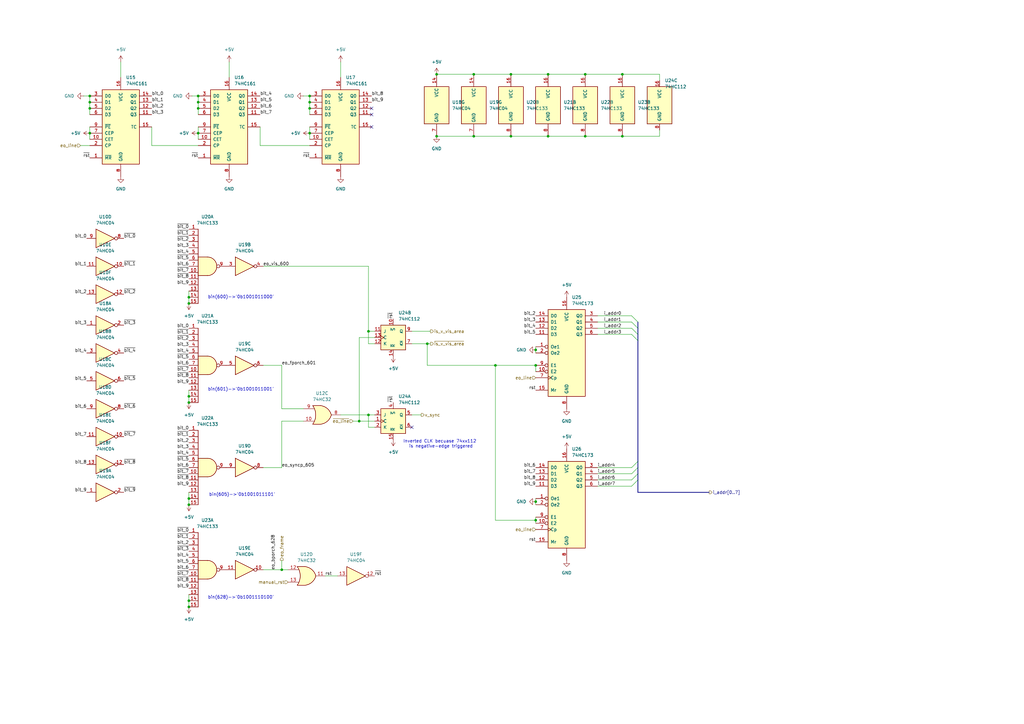
<source format=kicad_sch>
(kicad_sch (version 20250114) (generator "eeschema") (generator_version "9.0")
  (paper "A3")
  (lib_symbols
    (symbol "74xx:74HC04"
      (property "Reference" "U" (at 0 1.27 0))
      (property "Value" "74HC04" (at 0 -1.27 0))
      (symbol "74HC04_1_0"
        (polyline (pts (xy -3.81 3.81) (xy -3.81 -3.81) (xy 3.81 0) (xy -3.81 3.81)) (stroke (width 0.254)) (fill (type background)))
        (pin input line (at -7.62 0 0) (length 3.81) (name "~") (number "1"))
        (pin output inverted (at 7.62 0 180) (length 3.81) (name "~") (number "2"))
      )
      (symbol "74HC04_2_0"
        (polyline (pts (xy -3.81 3.81) (xy -3.81 -3.81) (xy 3.81 0) (xy -3.81 3.81)) (stroke (width 0.254)) (fill (type background)))
        (pin input line (at -7.62 0 0) (length 3.81) (name "~") (number "3"))
        (pin output inverted (at 7.62 0 180) (length 3.81) (name "~") (number "4"))
      )
      (symbol "74HC04_3_0"
        (polyline (pts (xy -3.81 3.81) (xy -3.81 -3.81) (xy 3.81 0) (xy -3.81 3.81)) (stroke (width 0.254)) (fill (type background)))
        (pin input line (at -7.62 0 0) (length 3.81) (name "~") (number "5"))
        (pin output inverted (at 7.62 0 180) (length 3.81) (name "~") (number "6"))
      )
      (symbol "74HC04_4_0"
        (polyline (pts (xy -3.81 3.81) (xy -3.81 -3.81) (xy 3.81 0) (xy -3.81 3.81)) (stroke (width 0.254)) (fill (type background)))
        (pin input line (at -7.62 0 0) (length 3.81) (name "~") (number "9"))
        (pin output inverted (at 7.62 0 180) (length 3.81) (name "~") (number "8"))
      )
      (symbol "74HC04_5_0"
        (polyline (pts (xy -3.81 3.81) (xy -3.81 -3.81) (xy 3.81 0) (xy -3.81 3.81)) (stroke (width 0.254)) (fill (type background)))
        (pin input line (at -7.62 0 0) (length 3.81) (name "~") (number "11"))
        (pin output inverted (at 7.62 0 180) (length 3.81) (name "~") (number "10"))
      )
      (symbol "74HC04_6_0"
        (polyline (pts (xy -3.81 3.81) (xy -3.81 -3.81) (xy 3.81 0) (xy -3.81 3.81)) (stroke (width 0.254)) (fill (type background)))
        (pin input line (at -7.62 0 0) (length 3.81) (name "~") (number "13"))
        (pin output inverted (at 7.62 0 180) (length 3.81) (name "~") (number "12"))
      )
      (symbol "74HC04_7_0"
        (pin power_in line (at 0 12.7 270) (length 5.08) (name "VCC") (number "14"))
        (pin power_in line (at 0 -12.7 90) (length 5.08) (name "GND") (number "7"))
      )
      (symbol "74HC04_7_1"
        (rectangle (start -5.08 7.62) (end 5.08 -7.62) (stroke (width 0.254)) (fill (type background)))
      )
    )
    (symbol "74xx:74HC173" (pin_names (offset 1.016))
      (property "Reference" "U" (at -7.62 19.05 0))
      (property "Value" "74HC173" (at -7.62 -19.05 0))
      (symbol "74HC173_1_0"
        (pin input line (at -12.7 15.24 0) (length 5.08) (name "D0") (number "14"))
        (pin input line (at -12.7 12.7 0) (length 5.08) (name "D1") (number "13"))
        (pin input line (at -12.7 10.16 0) (length 5.08) (name "D2") (number "12"))
        (pin input line (at -12.7 7.62 0) (length 5.08) (name "D3") (number "11"))
        (pin input inverted (at -12.7 2.54 0) (length 5.08) (name "Oe1") (number "1"))
        (pin input inverted (at -12.7 0 0) (length 5.08) (name "Oe2") (number "2"))
        (pin input inverted (at -12.7 -5.08 0) (length 5.08) (name "E1") (number "9"))
        (pin input inverted (at -12.7 -7.62 0) (length 5.08) (name "E2") (number "10"))
        (pin input clock (at -12.7 -10.16 0) (length 5.08) (name "Cp") (number "7"))
        (pin input line (at -12.7 -15.24 0) (length 5.08) (name "Mr") (number "15"))
        (pin power_in line (at 0 22.86 270) (length 5.08) (name "VCC") (number "16"))
        (pin power_in line (at 0 -22.86 90) (length 5.08) (name "GND") (number "8"))
        (pin tri_state line (at 12.7 15.24 180) (length 5.08) (name "Q0") (number "3"))
        (pin tri_state line (at 12.7 12.7 180) (length 5.08) (name "Q1") (number "4"))
        (pin tri_state line (at 12.7 10.16 180) (length 5.08) (name "Q2") (number "5"))
        (pin tri_state line (at 12.7 7.62 180) (length 5.08) (name "Q3") (number "6"))
      )
      (symbol "74HC173_1_1"
        (rectangle (start -7.62 17.78) (end 7.62 -17.78) (stroke (width 0.254)) (fill (type background)))
      )
    )
    (symbol "74xx:74LS112" (pin_names (offset 1.016))
      (property "Reference" "U" (at -7.62 8.89 0))
      (property "Value" "74LS112" (at -7.62 -8.89 0))
      (symbol "74LS112_1_0"
        (pin input line (at -7.62 2.54 0) (length 2.54) (name "J") (number "3"))
        (pin input clock (at -7.62 0 0) (length 2.54) (name "C") (number "1"))
        (pin input line (at -7.62 -2.54 0) (length 2.54) (name "K") (number "2"))
        (pin input line (at 0 7.62 270) (length 2.54) (name "~{S}") (number "4"))
        (pin input line (at 0 -7.62 90) (length 2.54) (name "~{R}") (number "15"))
        (pin output line (at 7.62 2.54 180) (length 2.54) (name "Q") (number "5"))
        (pin output line (at 7.62 -2.54 180) (length 2.54) (name "~{Q}") (number "6"))
      )
      (symbol "74LS112_1_1"
        (rectangle (start -5.08 5.08) (end 5.08 -5.08) (stroke (width 0.254)) (fill (type background)))
      )
      (symbol "74LS112_2_0"
        (pin input line (at -7.62 2.54 0) (length 2.54) (name "J") (number "11"))
        (pin input clock (at -7.62 0 0) (length 2.54) (name "C") (number "13"))
        (pin input line (at -7.62 -2.54 0) (length 2.54) (name "K") (number "12"))
        (pin input line (at 0 7.62 270) (length 2.54) (name "~{S}") (number "10"))
        (pin input line (at 0 -7.62 90) (length 2.54) (name "~{R}") (number "14"))
        (pin output line (at 7.62 2.54 180) (length 2.54) (name "Q") (number "9"))
        (pin output line (at 7.62 -2.54 180) (length 2.54) (name "~{Q}") (number "7"))
      )
      (symbol "74LS112_2_1"
        (rectangle (start -5.08 5.08) (end 5.08 -5.08) (stroke (width 0.254)) (fill (type background)))
      )
      (symbol "74LS112_3_0"
        (pin power_in line (at 0 10.16 270) (length 2.54) (name "VCC") (number "16"))
        (pin power_in line (at 0 -10.16 90) (length 2.54) (name "GND") (number "8"))
      )
      (symbol "74LS112_3_1"
        (rectangle (start -5.08 7.62) (end 5.08 -7.62) (stroke (width 0.254)) (fill (type background)))
      )
    )
    (symbol "74xx:74LS133" (pin_names (offset 1.016))
      (property "Reference" "U" (at 0 1.27 0))
      (property "Value" "74LS133" (at 0 -1.27 0))
      (symbol "74LS133_1_1"
        (polyline (pts (xy -3.81 15.24) (xy -3.81 -15.24)) (stroke (width 0.254)))
        (arc (start 0 3.81) (mid 3.7934 0) (end 0 -3.81) (stroke (width 0.254)) (fill (type background)))
        (polyline (pts (xy 0 3.81) (xy -3.81 3.81) (xy -3.81 -3.81) (xy 0 -3.81)) (stroke (width 0.254)) (fill (type background)))
        (pin input line (at -7.62 15.24 0) (length 3.81) (name "~") (number "1"))
        (pin input line (at -7.62 12.7 0) (length 3.81) (name "~") (number "2"))
        (pin input line (at -7.62 10.16 0) (length 3.81) (name "~") (number "3"))
        (pin input line (at -7.62 7.62 0) (length 3.81) (name "~") (number "4"))
        (pin input line (at -7.62 5.08 0) (length 3.81) (name "~") (number "5"))
        (pin input line (at -7.62 2.54 0) (length 3.81) (name "~") (number "6"))
        (pin input line (at -7.62 0 0) (length 3.81) (name "~") (number "7"))
        (pin input line (at -7.62 -2.54 0) (length 3.81) (name "~") (number "10"))
        (pin input line (at -7.62 -5.08 0) (length 3.81) (name "~") (number "11"))
        (pin input line (at -7.62 -7.62 0) (length 3.81) (name "~") (number "12"))
        (pin input line (at -7.62 -10.16 0) (length 3.81) (name "~") (number "13"))
        (pin input line (at -7.62 -12.7 0) (length 3.81) (name "~") (number "14"))
        (pin input line (at -7.62 -15.24 0) (length 3.81) (name "~") (number "15"))
        (pin output inverted (at 7.62 0 180) (length 3.81) (name "~") (number "9"))
      )
      (symbol "74LS133_1_2"
        (arc (start -3.81 3.81) (mid -2.589 0) (end -3.81 -3.81) (stroke (width 0.254)))
        (polyline (pts (xy -3.81 15.24) (xy -3.81 3.81)) (stroke (width 0.254)))
        (polyline (pts (xy -3.81 3.81) (xy -0.635 3.81)) (stroke (width 0.254)) (fill (type background)))
        (polyline (pts (xy -3.81 -3.81) (xy -3.81 -15.24)) (stroke (width 0.254)))
        (polyline (pts (xy -3.81 -3.81) (xy -0.635 -3.81)) (stroke (width 0.254)) (fill (type background)))
        (arc (start 3.81 0) (mid 2.1855 -2.584) (end -0.6096 -3.81) (stroke (width 0.254)) (fill (type background)))
        (arc (start -0.6096 3.81) (mid 2.1928 2.5924) (end 3.81 0) (stroke (width 0.254)) (fill (type background)))
        (polyline (pts (xy -0.635 3.81) (xy -3.81 3.81) (xy -3.81 3.81) (xy -3.556 3.4036) (xy -3.0226 2.2606) (xy -2.6924 1.0414) (xy -2.6162 -0.254) (xy -2.7686 -1.4986) (xy -3.175 -2.7178) (xy -3.81 -3.81) (xy -3.81 -3.81) (xy -0.635 -3.81)) (stroke (width -25.4)) (fill (type background)))
        (pin input inverted (at -7.62 15.24 0) (length 3.81) (name "~") (number "1"))
        (pin input inverted (at -7.62 12.7 0) (length 3.81) (name "~") (number "2"))
        (pin input inverted (at -7.62 10.16 0) (length 3.81) (name "~") (number "3"))
        (pin input inverted (at -7.62 7.62 0) (length 3.81) (name "~") (number "4"))
        (pin input inverted (at -7.62 5.08 0) (length 3.81) (name "~") (number "5"))
        (pin input inverted (at -7.62 2.54 0) (length 4.5466) (name "~") (number "6"))
        (pin input inverted (at -7.62 0 0) (length 5.08) (name "~") (number "7"))
        (pin input inverted (at -7.62 -2.54 0) (length 4.5466) (name "~") (number "10"))
        (pin input inverted (at -7.62 -5.08 0) (length 3.81) (name "~") (number "11"))
        (pin input inverted (at -7.62 -7.62 0) (length 3.81) (name "~") (number "12"))
        (pin input inverted (at -7.62 -10.16 0) (length 3.81) (name "~") (number "13"))
        (pin input inverted (at -7.62 -12.7 0) (length 3.81) (name "~") (number "14"))
        (pin input inverted (at -7.62 -15.24 0) (length 3.81) (name "~") (number "15"))
        (pin output line (at 7.62 0 180) (length 3.81) (name "~") (number "9"))
      )
      (symbol "74LS133_2_0"
        (pin power_in line (at 0 12.7 270) (length 5.08) (name "VCC") (number "16"))
        (pin power_in line (at 0 -12.7 90) (length 5.08) (name "GND") (number "8"))
      )
      (symbol "74LS133_2_1"
        (rectangle (start -5.08 7.62) (end 5.08 -7.62) (stroke (width 0.254)) (fill (type background)))
      )
    )
    (symbol "74xx:74LS161" (pin_names (offset 1.016))
      (property "Reference" "U" (at -7.62 16.51 0))
      (property "Value" "74LS161" (at -7.62 -16.51 0))
      (symbol "74LS161_1_0"
        (pin input line (at -12.7 12.7 0) (length 5.08) (name "D0") (number "3"))
        (pin input line (at -12.7 10.16 0) (length 5.08) (name "D1") (number "4"))
        (pin input line (at -12.7 7.62 0) (length 5.08) (name "D2") (number "5"))
        (pin input line (at -12.7 5.08 0) (length 5.08) (name "D3") (number "6"))
        (pin input line (at -12.7 0 0) (length 5.08) (name "~{PE}") (number "9"))
        (pin input line (at -12.7 -2.54 0) (length 5.08) (name "CEP") (number "7"))
        (pin input line (at -12.7 -5.08 0) (length 5.08) (name "CET") (number "10"))
        (pin input line (at -12.7 -7.62 0) (length 5.08) (name "CP") (number "2"))
        (pin input line (at -12.7 -12.7 0) (length 5.08) (name "~{MR}") (number "1"))
        (pin power_in line (at 0 20.32 270) (length 5.08) (name "VCC") (number "16"))
        (pin power_in line (at 0 -20.32 90) (length 5.08) (name "GND") (number "8"))
        (pin output line (at 12.7 12.7 180) (length 5.08) (name "Q0") (number "14"))
        (pin output line (at 12.7 10.16 180) (length 5.08) (name "Q1") (number "13"))
        (pin output line (at 12.7 7.62 180) (length 5.08) (name "Q2") (number "12"))
        (pin output line (at 12.7 5.08 180) (length 5.08) (name "Q3") (number "11"))
        (pin output line (at 12.7 0 180) (length 5.08) (name "TC") (number "15"))
      )
      (symbol "74LS161_1_1"
        (rectangle (start -7.62 15.24) (end 7.62 -15.24) (stroke (width 0.254)) (fill (type background)))
      )
    )
    (symbol "74xx:74LS32" (pin_names (offset 1.016))
      (property "Reference" "U" (at 0 1.27 0))
      (property "Value" "74LS32" (at 0 -1.27 0))
      (symbol "74LS32_1_1"
        (arc (start -3.81 3.81) (mid -2.589 0) (end -3.81 -3.81) (stroke (width 0.254)))
        (polyline (pts (xy -3.81 3.81) (xy -0.635 3.81)) (stroke (width 0.254)) (fill (type background)))
        (polyline (pts (xy -3.81 -3.81) (xy -0.635 -3.81)) (stroke (width 0.254)) (fill (type background)))
        (arc (start 3.81 0) (mid 2.1855 -2.584) (end -0.6096 -3.81) (stroke (width 0.254)) (fill (type background)))
        (arc (start -0.6096 3.81) (mid 2.1928 2.5924) (end 3.81 0) (stroke (width 0.254)) (fill (type background)))
        (polyline (pts (xy -0.635 3.81) (xy -3.81 3.81) (xy -3.81 3.81) (xy -3.556 3.4036) (xy -3.0226 2.2606) (xy -2.6924 1.0414) (xy -2.6162 -0.254) (xy -2.7686 -1.4986) (xy -3.175 -2.7178) (xy -3.81 -3.81) (xy -3.81 -3.81) (xy -0.635 -3.81)) (stroke (width -25.4)) (fill (type background)))
        (pin input line (at -7.62 2.54 0) (length 4.318) (name "~") (number "1"))
        (pin input line (at -7.62 -2.54 0) (length 4.318) (name "~") (number "2"))
        (pin output line (at 7.62 0 180) (length 3.81) (name "~") (number "3"))
      )
      (symbol "74LS32_1_2"
        (arc (start 0 3.81) (mid 3.7934 0) (end 0 -3.81) (stroke (width 0.254)) (fill (type background)))
        (polyline (pts (xy 0 3.81) (xy -3.81 3.81) (xy -3.81 -3.81) (xy 0 -3.81)) (stroke (width 0.254)) (fill (type background)))
        (pin input inverted (at -7.62 2.54 0) (length 3.81) (name "~") (number "1"))
        (pin input inverted (at -7.62 -2.54 0) (length 3.81) (name "~") (number "2"))
        (pin output inverted (at 7.62 0 180) (length 3.81) (name "~") (number "3"))
      )
      (symbol "74LS32_2_1"
        (arc (start -3.81 3.81) (mid -2.589 0) (end -3.81 -3.81) (stroke (width 0.254)))
        (polyline (pts (xy -3.81 3.81) (xy -0.635 3.81)) (stroke (width 0.254)) (fill (type background)))
        (polyline (pts (xy -3.81 -3.81) (xy -0.635 -3.81)) (stroke (width 0.254)) (fill (type background)))
        (arc (start 3.81 0) (mid 2.1855 -2.584) (end -0.6096 -3.81) (stroke (width 0.254)) (fill (type background)))
        (arc (start -0.6096 3.81) (mid 2.1928 2.5924) (end 3.81 0) (stroke (width 0.254)) (fill (type background)))
        (polyline (pts (xy -0.635 3.81) (xy -3.81 3.81) (xy -3.81 3.81) (xy -3.556 3.4036) (xy -3.0226 2.2606) (xy -2.6924 1.0414) (xy -2.6162 -0.254) (xy -2.7686 -1.4986) (xy -3.175 -2.7178) (xy -3.81 -3.81) (xy -3.81 -3.81) (xy -0.635 -3.81)) (stroke (width -25.4)) (fill (type background)))
        (pin input line (at -7.62 2.54 0) (length 4.318) (name "~") (number "4"))
        (pin input line (at -7.62 -2.54 0) (length 4.318) (name "~") (number "5"))
        (pin output line (at 7.62 0 180) (length 3.81) (name "~") (number "6"))
      )
      (symbol "74LS32_2_2"
        (arc (start 0 3.81) (mid 3.7934 0) (end 0 -3.81) (stroke (width 0.254)) (fill (type background)))
        (polyline (pts (xy 0 3.81) (xy -3.81 3.81) (xy -3.81 -3.81) (xy 0 -3.81)) (stroke (width 0.254)) (fill (type background)))
        (pin input inverted (at -7.62 2.54 0) (length 3.81) (name "~") (number "4"))
        (pin input inverted (at -7.62 -2.54 0) (length 3.81) (name "~") (number "5"))
        (pin output inverted (at 7.62 0 180) (length 3.81) (name "~") (number "6"))
      )
      (symbol "74LS32_3_1"
        (arc (start -3.81 3.81) (mid -2.589 0) (end -3.81 -3.81) (stroke (width 0.254)))
        (polyline (pts (xy -3.81 3.81) (xy -0.635 3.81)) (stroke (width 0.254)) (fill (type background)))
        (polyline (pts (xy -3.81 -3.81) (xy -0.635 -3.81)) (stroke (width 0.254)) (fill (type background)))
        (arc (start 3.81 0) (mid 2.1855 -2.584) (end -0.6096 -3.81) (stroke (width 0.254)) (fill (type background)))
        (arc (start -0.6096 3.81) (mid 2.1928 2.5924) (end 3.81 0) (stroke (width 0.254)) (fill (type background)))
        (polyline (pts (xy -0.635 3.81) (xy -3.81 3.81) (xy -3.81 3.81) (xy -3.556 3.4036) (xy -3.0226 2.2606) (xy -2.6924 1.0414) (xy -2.6162 -0.254) (xy -2.7686 -1.4986) (xy -3.175 -2.7178) (xy -3.81 -3.81) (xy -3.81 -3.81) (xy -0.635 -3.81)) (stroke (width -25.4)) (fill (type background)))
        (pin input line (at -7.62 2.54 0) (length 4.318) (name "~") (number "9"))
        (pin input line (at -7.62 -2.54 0) (length 4.318) (name "~") (number "10"))
        (pin output line (at 7.62 0 180) (length 3.81) (name "~") (number "8"))
      )
      (symbol "74LS32_3_2"
        (arc (start 0 3.81) (mid 3.7934 0) (end 0 -3.81) (stroke (width 0.254)) (fill (type background)))
        (polyline (pts (xy 0 3.81) (xy -3.81 3.81) (xy -3.81 -3.81) (xy 0 -3.81)) (stroke (width 0.254)) (fill (type background)))
        (pin input inverted (at -7.62 2.54 0) (length 3.81) (name "~") (number "9"))
        (pin input inverted (at -7.62 -2.54 0) (length 3.81) (name "~") (number "10"))
        (pin output inverted (at 7.62 0 180) (length 3.81) (name "~") (number "8"))
      )
      (symbol "74LS32_4_1"
        (arc (start -3.81 3.81) (mid -2.589 0) (end -3.81 -3.81) (stroke (width 0.254)))
        (polyline (pts (xy -3.81 3.81) (xy -0.635 3.81)) (stroke (width 0.254)) (fill (type background)))
        (polyline (pts (xy -3.81 -3.81) (xy -0.635 -3.81)) (stroke (width 0.254)) (fill (type background)))
        (arc (start 3.81 0) (mid 2.1855 -2.584) (end -0.6096 -3.81) (stroke (width 0.254)) (fill (type background)))
        (arc (start -0.6096 3.81) (mid 2.1928 2.5924) (end 3.81 0) (stroke (width 0.254)) (fill (type background)))
        (polyline (pts (xy -0.635 3.81) (xy -3.81 3.81) (xy -3.81 3.81) (xy -3.556 3.4036) (xy -3.0226 2.2606) (xy -2.6924 1.0414) (xy -2.6162 -0.254) (xy -2.7686 -1.4986) (xy -3.175 -2.7178) (xy -3.81 -3.81) (xy -3.81 -3.81) (xy -0.635 -3.81)) (stroke (width -25.4)) (fill (type background)))
        (pin input line (at -7.62 2.54 0) (length 4.318) (name "~") (number "12"))
        (pin input line (at -7.62 -2.54 0) (length 4.318) (name "~") (number "13"))
        (pin output line (at 7.62 0 180) (length 3.81) (name "~") (number "11"))
      )
      (symbol "74LS32_4_2"
        (arc (start 0 3.81) (mid 3.7934 0) (end 0 -3.81) (stroke (width 0.254)) (fill (type background)))
        (polyline (pts (xy 0 3.81) (xy -3.81 3.81) (xy -3.81 -3.81) (xy 0 -3.81)) (stroke (width 0.254)) (fill (type background)))
        (pin input inverted (at -7.62 2.54 0) (length 3.81) (name "~") (number "12"))
        (pin input inverted (at -7.62 -2.54 0) (length 3.81) (name "~") (number "13"))
        (pin output inverted (at 7.62 0 180) (length 3.81) (name "~") (number "11"))
      )
      (symbol "74LS32_5_0"
        (pin power_in line (at 0 12.7 270) (length 5.08) (name "VCC") (number "14"))
        (pin power_in line (at 0 -12.7 90) (length 5.08) (name "GND") (number "7"))
      )
      (symbol "74LS32_5_1"
        (rectangle (start -5.08 7.62) (end 5.08 -7.62) (stroke (width 0.254)) (fill (type background)))
      )
    )
    (symbol "power:+5V" (power) (pin_numbers (hide yes)) (pin_names (offset 0) (hide yes))
      (property "Value" "+5V" (at 0 3.556 0))
      (symbol "+5V_0_1"
        (polyline (pts (xy -0.762 1.27) (xy 0 2.54)))
        (polyline (pts (xy 0 2.54) (xy 0.762 1.27)))
        (polyline (pts (xy 0 0) (xy 0 2.54)))
      )
      (symbol "+5V_1_1"
        (pin power_in line (at 0 0 90) (length 0) (name "~") (number "1"))
      )
    )
    (symbol "power:GND" (power) (pin_numbers (hide yes)) (pin_names (offset 0) (hide yes))
      (property "Value" "GND" (at 0 -3.81 0))
      (symbol "GND_0_1"
        (polyline (pts (xy 0 0) (xy 0 -1.27) (xy 1.27 -1.27) (xy 0 -2.54) (xy -1.27 -1.27) (xy 0 -1.27)))
      )
      (symbol "GND_1_1"
        (pin power_in line (at 0 0 270) (length 0) (name "~") (number "1"))
      )
    )
  )
  (text "Inverted CLK becuase 74xx112 \nis negative-edge triggered\n" (at 180.848 182.118 0) (effects (font (size 1.27 1.27))))
  (text "bin(601)->'0b1001011001'" (at 98.806 159.766 0) (effects (font (size 1.27 1.27))))
  (text "bin(600)->'0b1001011000'" (at 98.806 121.92 0) (effects (font (size 1.27 1.27))))
  (text "bin(628)->'0b1001110100'" (at 98.806 245.11 0) (effects (font (size 1.27 1.27))))
  (text "bin(605)->'0b1001011101'" (at 99.314 202.946 0) (effects (font (size 1.27 1.27))))
  (junction (at 209.55 30.48))
  (junction (at 209.55 55.88))
  (junction (at 81.28 44.45))
  (junction (at 77.47 246.38))
  (junction (at 127 39.37))
  (junction (at 36.83 44.45))
  (junction (at 127 44.45))
  (junction (at 36.83 41.91))
  (junction (at 127 41.91))
  (junction (at 36.83 54.61))
  (junction (at 151.13 170.18))
  (junction (at 77.47 165.1))
  (junction (at 147.32 172.72))
  (junction (at 77.47 207.01))
  (junction (at 194.31 55.88))
  (junction (at 255.27 30.48))
  (junction (at 77.47 162.56))
  (junction (at 224.79 30.48))
  (junction (at 240.03 30.48))
  (junction (at 219.71 143.51))
  (junction (at 115.57 233.68))
  (junction (at 81.28 41.91))
  (junction (at 81.28 39.37))
  (junction (at 127 54.61))
  (junction (at 179.07 55.88))
  (junction (at 219.71 149.86))
  (junction (at 151.13 135.89))
  (junction (at 81.28 54.61))
  (junction (at 219.71 213.36))
  (junction (at 175.26 140.97))
  (junction (at 77.47 204.47))
  (junction (at 77.47 121.92))
  (junction (at 203.2 149.86))
  (junction (at 255.27 55.88))
  (junction (at 77.47 124.46))
  (junction (at 240.03 55.88))
  (junction (at 224.79 55.88))
  (junction (at 194.31 30.48))
  (junction (at 36.83 39.37))
  (junction (at 77.47 248.92))
  (junction (at 219.71 205.74))
  (junction (at 179.07 30.48))
  (no_connect (at 168.91 175.26))
  (no_connect (at 152.4 44.45))
  (no_connect (at 152.4 52.07))
  (no_connect (at 152.4 46.99))
  (bus_entry (at 261.62 189.23) (size -2.54 2.54))
  (bus_entry (at 261.62 134.62) (size -2.54 -2.54))
  (bus_entry (at 261.62 191.77) (size -2.54 2.54))
  (bus_entry (at 261.62 139.7) (size -2.54 -2.54))
  (bus_entry (at 261.62 196.85) (size -2.54 2.54))
  (bus_entry (at 261.62 137.16) (size -2.54 -2.54))
  (bus_entry (at 261.62 132.08) (size -2.54 -2.54))
  (bus_entry (at 261.62 194.31) (size -2.54 2.54))
  (wire (pts (xy 245.11 129.54) (xy 259.08 129.54)))
  (wire (pts (xy 219.71 213.36) (xy 219.71 214.63)))
  (wire (pts (xy 175.26 140.97) (xy 175.26 149.86)))
  (wire (pts (xy 107.95 109.22) (xy 151.13 109.22)))
  (wire (pts (xy 203.2 149.86) (xy 219.71 149.86)))
  (wire (pts (xy 124.46 39.37) (xy 127 39.37)))
  (wire (pts (xy 81.28 54.61) (xy 81.28 57.15)))
  (wire (pts (xy 36.83 44.45) (xy 36.83 46.99)))
  (wire (pts (xy 224.79 55.88) (xy 240.03 55.88)))
  (wire (pts (xy 194.31 55.88) (xy 209.55 55.88)))
  (wire (pts (xy 127 52.07) (xy 127 54.61)))
  (wire (pts (xy 245.11 134.62) (xy 259.08 134.62)))
  (wire (pts (xy 78.74 39.37) (xy 81.28 39.37)))
  (bus (pts (xy 261.62 201.93) (xy 290.83 201.93)))
  (wire (pts (xy 77.47 243.84) (xy 77.47 246.38)))
  (wire (pts (xy 115.57 172.72) (xy 124.46 172.72)))
  (wire (pts (xy 62.23 59.69) (xy 81.28 59.69)))
  (wire (pts (xy 139.7 170.18) (xy 151.13 170.18)))
  (wire (pts (xy 255.27 30.48) (xy 270.51 30.48)))
  (wire (pts (xy 209.55 55.88) (xy 224.79 55.88)))
  (wire (pts (xy 219.71 142.24) (xy 219.71 143.51)))
  (wire (pts (xy 219.71 205.74) (xy 219.71 207.01)))
  (wire (pts (xy 81.28 39.37) (xy 81.28 41.91)))
  (wire (pts (xy 270.51 30.48) (xy 270.51 33.02)))
  (wire (pts (xy 179.07 55.88) (xy 194.31 55.88)))
  (wire (pts (xy 77.47 201.93) (xy 77.47 204.47)))
  (wire (pts (xy 270.51 53.34) (xy 270.51 55.88)))
  (bus (pts (xy 261.62 194.31) (xy 261.62 196.85)))
  (wire (pts (xy 144.78 172.72) (xy 147.32 172.72)))
  (wire (pts (xy 77.47 162.56) (xy 77.47 165.1)))
  (wire (pts (xy 203.2 213.36) (xy 219.71 213.36)))
  (wire (pts (xy 34.29 39.37) (xy 36.83 39.37)))
  (bus (pts (xy 261.62 191.77) (xy 261.62 194.31)))
  (wire (pts (xy 127 44.45) (xy 127 46.99)))
  (wire (pts (xy 175.26 149.86) (xy 203.2 149.86)))
  (wire (pts (xy 151.13 109.22) (xy 151.13 135.89)))
  (wire (pts (xy 106.68 52.07) (xy 106.68 59.69)))
  (wire (pts (xy 107.95 233.68) (xy 115.57 233.68)))
  (wire (pts (xy 81.28 41.91) (xy 81.28 44.45)))
  (wire (pts (xy 139.7 25.4) (xy 139.7 31.75)))
  (wire (pts (xy 240.03 30.48) (xy 255.27 30.48)))
  (wire (pts (xy 151.13 140.97) (xy 153.67 140.97)))
  (bus (pts (xy 261.62 137.16) (xy 261.62 139.7)))
  (wire (pts (xy 245.11 194.31) (xy 259.08 194.31)))
  (wire (pts (xy 153.67 135.89) (xy 151.13 135.89)))
  (wire (pts (xy 147.32 172.72) (xy 147.32 138.43)))
  (wire (pts (xy 127 54.61) (xy 127 57.15)))
  (wire (pts (xy 81.28 44.45) (xy 81.28 46.99)))
  (wire (pts (xy 36.83 41.91) (xy 36.83 44.45)))
  (wire (pts (xy 77.47 119.38) (xy 77.47 121.92)))
  (bus (pts (xy 261.62 134.62) (xy 261.62 137.16)))
  (wire (pts (xy 77.47 246.38) (xy 77.47 248.92)))
  (wire (pts (xy 115.57 233.68) (xy 118.11 233.68)))
  (bus (pts (xy 261.62 132.08) (xy 261.62 134.62)))
  (wire (pts (xy 194.31 30.48) (xy 209.55 30.48)))
  (wire (pts (xy 151.13 135.89) (xy 151.13 140.97)))
  (wire (pts (xy 168.91 140.97) (xy 175.26 140.97)))
  (wire (pts (xy 219.71 212.09) (xy 219.71 213.36)))
  (wire (pts (xy 107.95 149.86) (xy 115.57 149.86)))
  (wire (pts (xy 168.91 135.89) (xy 176.53 135.89)))
  (wire (pts (xy 93.98 25.4) (xy 93.98 31.75)))
  (wire (pts (xy 175.26 140.97) (xy 176.53 140.97)))
  (wire (pts (xy 77.47 121.92) (xy 77.47 124.46)))
  (wire (pts (xy 172.72 170.18) (xy 168.91 170.18)))
  (wire (pts (xy 36.83 39.37) (xy 36.83 41.91)))
  (wire (pts (xy 203.2 149.86) (xy 203.2 213.36)))
  (wire (pts (xy 77.47 160.02) (xy 77.47 162.56)))
  (wire (pts (xy 81.28 52.07) (xy 81.28 54.61)))
  (bus (pts (xy 261.62 189.23) (xy 261.62 191.77)))
  (wire (pts (xy 219.71 143.51) (xy 219.71 144.78)))
  (wire (pts (xy 127 39.37) (xy 127 41.91)))
  (wire (pts (xy 115.57 229.87) (xy 115.57 233.68)))
  (wire (pts (xy 77.47 204.47) (xy 77.47 207.01)))
  (wire (pts (xy 115.57 167.64) (xy 124.46 167.64)))
  (wire (pts (xy 33.02 59.69) (xy 36.83 59.69)))
  (wire (pts (xy 133.35 236.22) (xy 138.43 236.22)))
  (wire (pts (xy 49.53 25.4) (xy 49.53 31.75)))
  (wire (pts (xy 115.57 191.77) (xy 115.57 172.72)))
  (wire (pts (xy 270.51 55.88) (xy 255.27 55.88)))
  (wire (pts (xy 245.11 191.77) (xy 259.08 191.77)))
  (wire (pts (xy 127 41.91) (xy 127 44.45)))
  (wire (pts (xy 240.03 55.88) (xy 255.27 55.88)))
  (wire (pts (xy 245.11 132.08) (xy 259.08 132.08)))
  (wire (pts (xy 115.57 149.86) (xy 115.57 167.64)))
  (wire (pts (xy 179.07 30.48) (xy 194.31 30.48)))
  (wire (pts (xy 153.67 170.18) (xy 151.13 170.18)))
  (wire (pts (xy 219.71 149.86) (xy 219.71 152.4)))
  (wire (pts (xy 219.71 204.47) (xy 219.71 205.74)))
  (bus (pts (xy 261.62 196.85) (xy 261.62 201.93)))
  (wire (pts (xy 147.32 172.72) (xy 153.67 172.72)))
  (wire (pts (xy 209.55 30.48) (xy 224.79 30.48)))
  (wire (pts (xy 245.11 199.39) (xy 259.08 199.39)))
  (wire (pts (xy 151.13 170.18) (xy 151.13 175.26)))
  (wire (pts (xy 147.32 138.43) (xy 153.67 138.43)))
  (bus (pts (xy 261.62 139.7) (xy 261.62 189.23)))
  (wire (pts (xy 245.11 196.85) (xy 259.08 196.85)))
  (wire (pts (xy 245.11 137.16) (xy 259.08 137.16)))
  (wire (pts (xy 36.83 54.61) (xy 36.83 57.15)))
  (wire (pts (xy 62.23 52.07) (xy 62.23 59.69)))
  (wire (pts (xy 224.79 30.48) (xy 240.03 30.48)))
  (wire (pts (xy 106.68 59.69) (xy 127 59.69)))
  (wire (pts (xy 36.83 52.07) (xy 36.83 54.61)))
  (wire (pts (xy 151.13 175.26) (xy 153.67 175.26)))
  (wire (pts (xy 107.95 191.77) (xy 115.57 191.77)))
  (label "rst" (at 219.71 160.02 180))
  (label "~{bit_0}" (at 77.47 93.98 180))
  (label "bit_2" (at 35.56 120.65 180))
  (label "bit_4" (at 219.71 134.62 180))
  (label "i_addr5" (at 245.11 194.31 0))
  (label "~{bit_1}" (at 77.47 179.07 180))
  (label "~{bit_7}" (at 50.8 179.07 0))
  (label "bit_6" (at 219.71 191.77 180))
  (label "~{bit_0}" (at 50.8 97.79 0))
  (label "eo_syncp_605" (at 115.57 191.77 0))
  (label "~{bit_1}" (at 77.47 137.16 180))
  (label "bit_2" (at 77.47 223.52 180))
  (label "eo_vis_600" (at 107.95 109.22 0))
  (label "bit_4" (at 35.56 144.78 180))
  (label "i_addr3" (at 247.65 137.16 0))
  (label "~{bit_8}" (at 77.47 238.76 180))
  (label "bit_2" (at 77.47 181.61 180))
  (label "bit_5" (at 219.71 137.16 180))
  (label "bit_3" (at 35.56 133.35 180))
  (label "bit_3" (at 62.23 46.99 0))
  (label "~{rst}" (at 161.29 130.81 90))
  (label "~{rst}" (at 81.28 64.77 180))
  (label "bit_0" (at 77.47 176.53 180))
  (label "i_addr0" (at 247.65 129.54 0))
  (label "bit_4" (at 106.68 39.37 0))
  (label "~{bit_5}" (at 77.47 147.32 180))
  (label "bit_8" (at 152.4 39.37 0))
  (label "i_addr1" (at 247.65 132.08 0))
  (label "eo_bporch_628" (at 113.03 233.68 90))
  (label "~{bit_8}" (at 77.47 114.3 180))
  (label "i_addr2" (at 247.65 134.62 0))
  (label "rst" (at 219.71 222.25 180))
  (label "bit_2" (at 62.23 44.45 0))
  (label "~{bit_1}" (at 77.47 220.98 180))
  (label "bit_4" (at 77.47 186.69 180))
  (label "~{bit_2}" (at 77.47 99.06 180))
  (label "~{bit_0}" (at 77.47 218.44 180))
  (label "~{bit_6}" (at 50.8 167.64 0))
  (label "bit_6" (at 77.47 191.77 180))
  (label "eo_fporch_601" (at 115.57 149.86 0))
  (label "bit_6" (at 77.47 109.22 180))
  (label "bit_9" (at 77.47 199.39 180))
  (label "bit_0" (at 77.47 134.62 180))
  (label "bit_9" (at 219.71 199.39 180))
  (label "bit_0" (at 62.23 39.37 0))
  (label "~{rst}" (at 36.83 64.77 180))
  (label "bit_8" (at 219.71 196.85 180))
  (label "~{bit_3}" (at 77.47 226.06 180))
  (label "bit_5" (at 77.47 231.14 180))
  (label "bit_9" (at 77.47 116.84 180))
  (label "bit_3" (at 77.47 184.15 180))
  (label "bit_3" (at 219.71 132.08 180))
  (label "~{bit_3}" (at 50.8 133.35 0))
  (label "bit_5" (at 106.68 41.91 0))
  (label "bit_9" (at 77.47 157.48 180))
  (label "~{bit_5}" (at 77.47 189.23 180))
  (label "~{bit_9}" (at 50.8 201.93 0))
  (label "~{rst}" (at 153.67 236.22 0))
  (label "bit_1" (at 62.23 41.91 0))
  (label "~{bit_8}" (at 77.47 154.94 180))
  (label "~{bit_2}" (at 77.47 139.7 180))
  (label "bit_7" (at 219.71 194.31 180))
  (label "bit_6" (at 77.47 149.86 180))
  (label "~{bit_8}" (at 77.47 196.85 180))
  (label "bit_9" (at 77.47 241.3 180))
  (label "rst" (at 133.35 236.22 0))
  (label "bit_3" (at 77.47 101.6 180))
  (label "bit_7" (at 106.68 46.99 0))
  (label "~{bit_7}" (at 77.47 236.22 180))
  (label "~{bit_4}" (at 50.8 144.78 0))
  (label "bit_7" (at 35.56 179.07 180))
  (label "~{bit_1}" (at 77.47 96.52 180))
  (label "~{bit_1}" (at 50.8 109.22 0))
  (label "bit_1" (at 35.56 109.22 180))
  (label "i_addr4" (at 245.11 191.77 0))
  (label "bit_6" (at 35.56 167.64 180))
  (label "bit_6" (at 77.47 233.68 180))
  (label "bit_9" (at 152.4 41.91 0))
  (label "~{bit_7}" (at 77.47 194.31 180))
  (label "bit_8" (at 35.56 190.5 180))
  (label "~{bit_5}" (at 77.47 106.68 180))
  (label "bit_2" (at 219.71 129.54 180))
  (label "bit_4" (at 77.47 144.78 180))
  (label "bit_5" (at 35.56 156.21 180))
  (label "~{bit_8}" (at 50.8 190.5 0))
  (label "bit_4" (at 77.47 104.14 180))
  (label "i_addr7" (at 245.11 199.39 0))
  (label "~{bit_5}" (at 50.8 156.21 0))
  (label "~{rst}" (at 127 64.77 180))
  (label "bit_6" (at 106.68 44.45 0))
  (label "bit_9" (at 35.56 201.93 180))
  (label "~{rst}" (at 161.29 165.1 90))
  (label "~{bit_2}" (at 50.8 120.65 0))
  (label "~{bit_7}" (at 77.47 111.76 180))
  (label "~{bit_7}" (at 77.47 152.4 180))
  (label "bit_4" (at 77.47 228.6 180))
  (label "bit_0" (at 35.56 97.79 180))
  (label "i_addr6" (at 245.11 196.85 0))
  (label "bit_3" (at 77.47 142.24 180))
  (hierarchical_label "manual_rst" (shape input) (at 118.11 238.76 180))
  (hierarchical_label "v_sync" (shape output) (at 172.72 170.18 0) (property "Intersheetrefs" "${INTERSHEET_REFS}" (effects (hide yes))))
  (hierarchical_label "~{eo_line}" (shape input) (at 144.78 172.72 180) (property "Intersheetrefs" "${INTERSHEET_REFS}" (effects (hide yes))))
  (hierarchical_label "i_addr[0..7]" (shape output) (at 290.83 201.93 0) (property "Intersheetrefs" "${INTERSHEET_REFS}" (effects (hide yes))))
  (hierarchical_label "eo_line" (shape input) (at 33.02 59.69 180) (property "Intersheetrefs" "${INTERSHEET_REFS}" (effects (hide yes))))
  (hierarchical_label "~{is_v_vis_area}" (shape output) (at 176.53 140.97 0) (property "Intersheetrefs" "${INTERSHEET_REFS}" (effects (hide yes))))
  (hierarchical_label "is_v_vis_area" (shape output) (at 176.53 135.89 0) (property "Intersheetrefs" "${INTERSHEET_REFS}" (effects (hide yes))))
  (hierarchical_label "eo_line" (shape input) (at 219.71 154.94 180) (property "Intersheetrefs" "${INTERSHEET_REFS}" (effects (hide yes))))
  (hierarchical_label "eo_frame" (shape output) (at 115.57 229.87 90))
  (hierarchical_label "eo_line" (shape input) (at 219.71 217.17 180))
  (symbol (lib_id "74xx:74HC04") (at 43.18 179.07 0) (unit 5)
    (property "Reference" "U18" (at 43.18 170.18 0))
    (property "Value" "74HC04" (at 43.18 172.72 0))
    (property "Footprint" "Package_DIP:DIP-14_W7.62mm" (effects (hide yes)))
    (property "Datasheet" "https://assets.nexperia.com/documents/data-sheet/74HC_HCT04.pdf" (effects (hide yes)))
    (property "Description" "Hex Inverter" (effects (hide yes)))
  )
  (symbol (lib_id "74xx:74HC173") (at 232.41 207.01 0) (unit 1)
    (property "Reference" "U26" (at 234.5533 184.15 0) (effects (justify left)))
    (property "Value" "74HC173" (at 234.5533 186.69 0) (effects (justify left)))
    (property "Footprint" "Package_DIP:DIP-16_W7.62mm" (effects (hide yes)))
    (property "Datasheet" "https://www.ti.com/lit/ds/symlink/cd74hc173.pdf" (effects (hide yes)))
    (property "Description" "4-bit D-type Register, 3 state out" (effects (hide yes)))
  )
  (symbol (lib_id "power:GND") (at 219.71 205.74 270) (unit 1)
    (property "Reference" "#PWR046" (effects (hide yes)))
    (property "Value" "GND" (at 215.9 205.7399 90) (effects (justify right)))
    (property "Description" "Power symbol creates a global label with name \"GND\" , ground" (effects (hide yes)))
  )
  (symbol (lib_id "74xx:74HC04") (at 43.18 201.93 0) (unit 1)
    (property "Reference" "U19" (at 43.18 193.04 0))
    (property "Value" "74HC04" (at 43.18 195.58 0))
    (property "Footprint" "Package_DIP:DIP-14_W7.62mm" (effects (hide yes)))
    (property "Datasheet" "https://assets.nexperia.com/documents/data-sheet/74HC_HCT04.pdf" (effects (hide yes)))
    (property "Description" "Hex Inverter" (effects (hide yes)))
  )
  (symbol (lib_id "74xx:74LS161") (at 93.98 52.07 0) (unit 1)
    (property "Reference" "U16" (at 96.1233 31.75 0) (effects (justify left)))
    (property "Value" "74HC161" (at 96.1233 34.29 0) (effects (justify left)))
    (property "Footprint" "Package_DIP:DIP-16_W7.62mm" (effects (hide yes)))
    (property "Datasheet" "http://www.ti.com/lit/gpn/sn74LS161" (effects (hide yes)))
    (property "Description" "Synchronous 4-bit programmable binary Counter" (effects (hide yes)))
  )
  (symbol (lib_id "power:+5V") (at 179.07 30.48 0) (unit 1)
    (property "Reference" "#PWR050" (effects (hide yes)))
    (property "Value" "+5V" (at 179.07 25.4 0))
    (property "Description" "Power symbol creates a global label with name \"+5V\"" (effects (hide yes)))
  )
  (symbol (lib_id "74xx:74LS161") (at 139.7 52.07 0) (unit 1)
    (property "Reference" "U17" (at 141.8433 31.75 0) (effects (justify left)))
    (property "Value" "74HC161" (at 141.8433 34.29 0) (effects (justify left)))
    (property "Footprint" "Package_DIP:DIP-16_W7.62mm" (effects (hide yes)))
    (property "Datasheet" "http://www.ti.com/lit/gpn/sn74LS161" (effects (hide yes)))
    (property "Description" "Synchronous 4-bit programmable binary Counter" (effects (hide yes)))
  )
  (symbol (lib_id "power:GND") (at 78.74 39.37 270) (unit 1)
    (property "Reference" "#PWR031" (effects (hide yes)))
    (property "Value" "GND" (at 74.93 39.3699 90) (effects (justify right)))
    (property "Description" "Power symbol creates a global label with name \"GND\" , ground" (effects (hide yes)))
  )
  (symbol (lib_id "power:+5V") (at 139.7 25.4 0) (unit 1)
    (property "Reference" "#PWR037" (effects (hide yes)))
    (property "Value" "+5V" (at 139.7 20.32 0))
    (property "Description" "Power symbol creates a global label with name \"+5V\"" (effects (hide yes)))
  )
  (symbol (lib_id "power:+5V") (at 77.47 248.92 180) (unit 1)
    (property "Reference" "#PWR042" (effects (hide yes)))
    (property "Value" "+5V" (at 77.47 254 0))
    (property "Description" "Power symbol creates a global label with name \"+5V\"" (effects (hide yes)))
  )
  (symbol (lib_id "74xx:74LS112") (at 161.29 138.43 0) (unit 2)
    (property "Reference" "U24" (at 163.4333 128.27 0) (effects (justify left)))
    (property "Value" "74HC112" (at 163.4333 130.81 0) (effects (justify left)))
    (property "Footprint" "Package_DIP:DIP-16_W7.62mm" (effects (hide yes)))
    (property "Datasheet" "http://www.ti.com/lit/gpn/sn74LS112" (effects (hide yes)))
    (property "Description" "dual JK Flip-Flop, Set & Reset" (effects (hide yes)))
  )
  (symbol (lib_id "power:GND") (at 124.46 39.37 270) (unit 1)
    (property "Reference" "#PWR035" (effects (hide yes)))
    (property "Value" "GND" (at 120.65 39.3699 90) (effects (justify right)))
    (property "Description" "Power symbol creates a global label with name \"GND\" , ground" (effects (hide yes)))
  )
  (symbol (lib_id "74xx:74LS112") (at 270.51 43.18 0) (unit 3)
    (property "Reference" "U24" (at 272.6533 33.02 0) (effects (justify left)))
    (property "Value" "74HC112" (at 272.6533 35.56 0) (effects (justify left)))
    (property "Footprint" "Package_DIP:DIP-16_W7.62mm" (effects (hide yes)))
    (property "Datasheet" "http://www.ti.com/lit/gpn/sn74LS112" (effects (hide yes)))
    (property "Description" "dual JK Flip-Flop, Set & Reset" (effects (hide yes)))
  )
  (symbol (lib_id "74xx:74HC04") (at 43.18 120.65 0) (unit 6)
    (property "Reference" "U10" (at 43.18 111.76 0))
    (property "Value" "74HC04" (at 43.18 114.3 0))
    (property "Footprint" "Package_DIP:DIP-14_W7.62mm" (effects (hide yes)))
    (property "Datasheet" "https://assets.nexperia.com/documents/data-sheet/74HC_HCT04.pdf" (effects (hide yes)))
    (property "Description" "Hex Inverter" (effects (hide yes)))
  )
  (symbol (lib_id "power:+5V") (at 161.29 146.05 180) (unit 1)
    (property "Reference" "#PWR043" (effects (hide yes)))
    (property "Value" "+5V" (at 161.29 151.13 0))
    (property "Description" "Power symbol creates a global label with name \"+5V\"" (effects (hide yes)))
  )
  (symbol (lib_id "power:GND") (at 139.7 72.39 0) (unit 1)
    (property "Reference" "#PWR038" (effects (hide yes)))
    (property "Value" "GND" (at 139.7 77.47 0))
    (property "Description" "Power symbol creates a global label with name \"GND\" , ground" (effects (hide yes)))
  )
  (symbol (lib_id "power:+5V") (at 81.28 54.61 90) (unit 1)
    (property "Reference" "#PWR032" (effects (hide yes)))
    (property "Value" "+5V" (at 77.47 54.6099 90) (effects (justify left)))
    (property "Description" "Power symbol creates a global label with name \"+5V\"" (effects (hide yes)))
  )
  (symbol (lib_id "power:+5V") (at 77.47 207.01 180) (unit 1)
    (property "Reference" "#PWR041" (effects (hide yes)))
    (property "Value" "+5V" (at 77.47 212.09 0))
    (property "Description" "Power symbol creates a global label with name \"+5V\"" (effects (hide yes)))
  )
  (symbol (lib_id "power:+5V") (at 93.98 25.4 0) (unit 1)
    (property "Reference" "#PWR033" (effects (hide yes)))
    (property "Value" "+5V" (at 93.98 20.32 0))
    (property "Description" "Power symbol creates a global label with name \"+5V\"" (effects (hide yes)))
  )
  (symbol (lib_id "power:+5V") (at 77.47 124.46 180) (unit 1)
    (property "Reference" "#PWR039" (effects (hide yes)))
    (property "Value" "+5V" (at 77.47 129.54 0))
    (property "Description" "Power symbol creates a global label with name \"+5V\"" (effects (hide yes)))
  )
  (symbol (lib_id "74xx:74HC04") (at 43.18 97.79 0) (unit 4)
    (property "Reference" "U10" (at 43.18 88.9 0))
    (property "Value" "74HC04" (at 43.18 91.44 0))
    (property "Footprint" "Package_DIP:DIP-14_W7.62mm" (effects (hide yes)))
    (property "Datasheet" "https://assets.nexperia.com/documents/data-sheet/74HC_HCT04.pdf" (effects (hide yes)))
    (property "Description" "Hex Inverter" (effects (hide yes)))
  )
  (symbol (lib_id "power:+5V") (at 77.47 165.1 180) (unit 1)
    (property "Reference" "#PWR040" (effects (hide yes)))
    (property "Value" "+5V" (at 77.47 170.18 0))
    (property "Description" "Power symbol creates a global label with name \"+5V\"" (effects (hide yes)))
  )
  (symbol (lib_id "power:GND") (at 232.41 229.87 0) (unit 1)
    (property "Reference" "#PWR049" (effects (hide yes)))
    (property "Value" "GND" (at 232.41 234.95 0))
    (property "Description" "Power symbol creates a global label with name \"GND\" , ground" (effects (hide yes)))
  )
  (symbol (lib_id "74xx:74HC04") (at 194.31 43.18 0) (unit 7)
    (property "Reference" "U19" (at 200.66 41.9099 0) (effects (justify left)))
    (property "Value" "74HC04" (at 200.66 44.4499 0) (effects (justify left)))
    (property "Footprint" "Package_DIP:DIP-14_W7.62mm" (effects (hide yes)))
    (property "Datasheet" "https://assets.nexperia.com/documents/data-sheet/74HC_HCT04.pdf" (effects (hide yes)))
    (property "Description" "Hex Inverter" (effects (hide yes)))
  )
  (symbol (lib_id "power:+5V") (at 49.53 25.4 0) (unit 1)
    (property "Reference" "#PWR029" (effects (hide yes)))
    (property "Value" "+5V" (at 49.53 20.32 0))
    (property "Description" "Power symbol creates a global label with name \"+5V\"" (effects (hide yes)))
  )
  (symbol (lib_id "power:GND") (at 49.53 72.39 0) (unit 1)
    (property "Reference" "#PWR030" (effects (hide yes)))
    (property "Value" "GND" (at 49.53 77.47 0))
    (property "Description" "Power symbol creates a global label with name \"GND\" , ground" (effects (hide yes)))
  )
  (symbol (lib_id "74xx:74HC04") (at 100.33 149.86 0) (unit 3)
    (property "Reference" "U19" (at 100.33 140.97 0))
    (property "Value" "74HC04" (at 100.33 143.51 0))
    (property "Footprint" "Package_DIP:DIP-14_W7.62mm" (effects (hide yes)))
    (property "Datasheet" "https://assets.nexperia.com/documents/data-sheet/74HC_HCT04.pdf" (effects (hide yes)))
    (property "Description" "Hex Inverter" (effects (hide yes)))
  )
  (symbol (lib_id "74xx:74HC173") (at 232.41 144.78 0) (unit 1)
    (property "Reference" "U25" (at 234.5533 121.92 0) (effects (justify left)))
    (property "Value" "74HC173" (at 234.5533 124.46 0) (effects (justify left)))
    (property "Footprint" "Package_DIP:DIP-16_W7.62mm" (effects (hide yes)))
    (property "Datasheet" "https://www.ti.com/lit/ds/symlink/cd74hc173.pdf" (effects (hide yes)))
    (property "Description" "4-bit D-type Register, 3 state out" (effects (hide yes)))
  )
  (symbol (lib_id "power:+5V") (at 232.41 121.92 0) (unit 1)
    (property "Reference" "#PWR0119" (effects (hide yes)))
    (property "Value" "+5V" (at 232.41 116.84 0))
    (property "Description" "Power symbol creates a global label with name \"+5V\"" (effects (hide yes)))
  )
  (symbol (lib_id "power:+5V") (at 127 54.61 90) (unit 1)
    (property "Reference" "#PWR036" (effects (hide yes)))
    (property "Value" "+5V" (at 123.19 54.6099 90) (effects (justify left)))
    (property "Description" "Power symbol creates a global label with name \"+5V\"" (effects (hide yes)))
  )
  (symbol (lib_id "power:+5V") (at 232.41 184.15 0) (unit 1)
    (property "Reference" "#PWR048" (effects (hide yes)))
    (property "Value" "+5V" (at 232.41 179.07 0))
    (property "Description" "Power symbol creates a global label with name \"+5V\"" (effects (hide yes)))
  )
  (symbol (lib_id "74xx:74LS133") (at 209.55 43.18 0) (unit 2)
    (property "Reference" "U20" (at 215.9 41.9099 0) (effects (justify left)))
    (property "Value" "74HC133" (at 215.9 44.4499 0) (effects (justify left)))
    (property "Footprint" "Package_DIP:DIP-16_W7.62mm" (effects (hide yes)))
    (property "Datasheet" "http://www.ti.com/lit/gpn/sn74LS133" (effects (hide yes)))
    (property "Description" "NAND 13-input" (effects (hide yes)))
  )
  (symbol (lib_id "power:GND") (at 179.07 55.88 0) (unit 1)
    (property "Reference" "#PWR051" (effects (hide yes)))
    (property "Value" "GND" (at 179.07 60.96 0))
    (property "Description" "Power symbol creates a global label with name \"GND\" , ground" (effects (hide yes)))
  )
  (symbol (lib_id "74xx:74HC04") (at 43.18 144.78 0) (unit 2)
    (property "Reference" "U18" (at 43.18 135.89 0))
    (property "Value" "74HC04" (at 43.18 138.43 0))
    (property "Footprint" "Package_DIP:DIP-14_W7.62mm" (effects (hide yes)))
    (property "Datasheet" "https://assets.nexperia.com/documents/data-sheet/74HC_HCT04.pdf" (effects (hide yes)))
    (property "Description" "Hex Inverter" (effects (hide yes)))
  )
  (symbol (lib_id "power:GND") (at 219.71 143.51 270) (unit 1)
    (property "Reference" "#PWR045" (effects (hide yes)))
    (property "Value" "GND" (at 215.9 143.5099 90) (effects (justify right)))
    (property "Description" "Power symbol creates a global label with name \"GND\" , ground" (effects (hide yes)))
  )
  (symbol (lib_id "74xx:74HC04") (at 100.33 233.68 0) (unit 5)
    (property "Reference" "U19" (at 100.33 224.79 0))
    (property "Value" "74HC04" (at 100.33 227.33 0))
    (property "Footprint" "Package_DIP:DIP-14_W7.62mm" (effects (hide yes)))
    (property "Datasheet" "https://assets.nexperia.com/documents/data-sheet/74HC_HCT04.pdf" (effects (hide yes)))
    (property "Description" "Hex Inverter" (effects (hide yes)))
  )
  (symbol (lib_id "74xx:74LS112") (at 161.29 172.72 0) (unit 1)
    (property "Reference" "U24" (at 163.4333 162.56 0) (effects (justify left)))
    (property "Value" "74HC112" (at 163.4333 165.1 0) (effects (justify left)))
    (property "Footprint" "Package_DIP:DIP-16_W7.62mm" (effects (hide yes)))
    (property "Datasheet" "http://www.ti.com/lit/gpn/sn74LS112" (effects (hide yes)))
    (property "Description" "dual JK Flip-Flop, Set & Reset" (effects (hide yes)))
  )
  (symbol (lib_id "74xx:74LS133") (at 85.09 191.77 0) (unit 1)
    (property "Reference" "U22" (at 85.0817 171.45 0))
    (property "Value" "74HC133" (at 85.0817 173.99 0))
    (property "Footprint" "Package_DIP:DIP-16_W7.62mm" (effects (hide yes)))
    (property "Datasheet" "http://www.ti.com/lit/gpn/sn74LS133" (effects (hide yes)))
    (property "Description" "NAND 13-input" (effects (hide yes)))
  )
  (symbol (lib_id "74xx:74LS133") (at 255.27 43.18 0) (unit 2)
    (property "Reference" "U23" (at 261.62 41.9099 0) (effects (justify left)))
    (property "Value" "74HC133" (at 261.62 44.4499 0) (effects (justify left)))
    (property "Footprint" "Package_DIP:DIP-16_W7.62mm" (effects (hide yes)))
    (property "Datasheet" "http://www.ti.com/lit/gpn/sn74LS133" (effects (hide yes)))
    (property "Description" "NAND 13-input" (effects (hide yes)))
  )
  (symbol (lib_id "74xx:74LS32") (at 125.73 236.22 0) (unit 4)
    (property "Reference" "U12" (at 125.73 227.33 0))
    (property "Value" "74HC32" (at 125.73 229.87 0))
    (property "Footprint" "Package_DIP:DIP-14_W7.62mm" (effects (hide yes)))
    (property "Datasheet" "http://www.ti.com/lit/gpn/sn74LS32" (effects (hide yes)))
    (property "Description" "Quad 2-input OR" (effects (hide yes)))
  )
  (symbol (lib_id "power:+5V") (at 36.83 54.61 90) (unit 1)
    (property "Reference" "#PWR028" (effects (hide yes)))
    (property "Value" "+5V" (at 33.02 54.6099 90) (effects (justify left)))
    (property "Description" "Power symbol creates a global label with name \"+5V\"" (effects (hide yes)))
  )
  (symbol (lib_id "74xx:74LS133") (at 85.09 233.68 0) (unit 1)
    (property "Reference" "U23" (at 85.0817 213.36 0))
    (property "Value" "74HC133" (at 85.0817 215.9 0))
    (property "Footprint" "Package_DIP:DIP-16_W7.62mm" (effects (hide yes)))
    (property "Datasheet" "http://www.ti.com/lit/gpn/sn74LS133" (effects (hide yes)))
    (property "Description" "NAND 13-input" (effects (hide yes)))
  )
  (symbol (lib_id "power:+5V") (at 161.29 180.34 180) (unit 1)
    (property "Reference" "#PWR044" (effects (hide yes)))
    (property "Value" "+5V" (at 161.29 185.42 0))
    (property "Description" "Power symbol creates a global label with name \"+5V\"" (effects (hide yes)))
  )
  (symbol (lib_id "74xx:74HC04") (at 43.18 109.22 0) (unit 5)
    (property "Reference" "U10" (at 43.18 100.33 0))
    (property "Value" "74HC04" (at 43.18 102.87 0))
    (property "Footprint" "Package_DIP:DIP-14_W7.62mm" (effects (hide yes)))
    (property "Datasheet" "https://assets.nexperia.com/documents/data-sheet/74HC_HCT04.pdf" (effects (hide yes)))
    (property "Description" "Hex Inverter" (effects (hide yes)))
  )
  (symbol (lib_id "74xx:74HC04") (at 146.05 236.22 0) (unit 6)
    (property "Reference" "U19" (at 146.05 227.33 0))
    (property "Value" "74HC04" (at 146.05 229.87 0))
    (property "Footprint" "Package_DIP:DIP-14_W7.62mm" (effects (hide yes)))
    (property "Datasheet" "https://assets.nexperia.com/documents/data-sheet/74HC_HCT04.pdf" (effects (hide yes)))
    (property "Description" "Hex Inverter" (effects (hide yes)))
  )
  (symbol (lib_id "74xx:74HC04") (at 179.07 43.18 0) (unit 7)
    (property "Reference" "U18" (at 185.42 41.9099 0) (effects (justify left)))
    (property "Value" "74HC04" (at 185.42 44.4499 0) (effects (justify left)))
    (property "Footprint" "Package_DIP:DIP-14_W7.62mm" (effects (hide yes)))
    (property "Datasheet" "https://assets.nexperia.com/documents/data-sheet/74HC_HCT04.pdf" (effects (hide yes)))
    (property "Description" "Hex Inverter" (effects (hide yes)))
  )
  (symbol (lib_id "power:GND") (at 93.98 72.39 0) (unit 1)
    (property "Reference" "#PWR034" (effects (hide yes)))
    (property "Value" "GND" (at 93.98 77.47 0))
    (property "Description" "Power symbol creates a global label with name \"GND\" , ground" (effects (hide yes)))
  )
  (symbol (lib_id "74xx:74LS133") (at 240.03 43.18 0) (unit 2)
    (property "Reference" "U22" (at 246.38 41.9099 0) (effects (justify left)))
    (property "Value" "74HC133" (at 246.38 44.4499 0) (effects (justify left)))
    (property "Footprint" "Package_DIP:DIP-16_W7.62mm" (effects (hide yes)))
    (property "Datasheet" "http://www.ti.com/lit/gpn/sn74LS133" (effects (hide yes)))
    (property "Description" "NAND 13-input" (effects (hide yes)))
  )
  (symbol (lib_id "power:GND") (at 232.41 167.64 0) (unit 1)
    (property "Reference" "#PWR047" (effects (hide yes)))
    (property "Value" "GND" (at 232.41 172.72 0))
    (property "Description" "Power symbol creates a global label with name \"GND\" , ground" (effects (hide yes)))
  )
  (symbol (lib_id "74xx:74HC04") (at 43.18 167.64 0) (unit 4)
    (property "Reference" "U18" (at 43.18 158.75 0))
    (property "Value" "74HC04" (at 43.18 161.29 0))
    (property "Footprint" "Package_DIP:DIP-14_W7.62mm" (effects (hide yes)))
    (property "Datasheet" "https://assets.nexperia.com/documents/data-sheet/74HC_HCT04.pdf" (effects (hide yes)))
    (property "Description" "Hex Inverter" (effects (hide yes)))
  )
  (symbol (lib_id "74xx:74HC04") (at 100.33 109.22 0) (unit 2)
    (property "Reference" "U19" (at 100.33 100.33 0))
    (property "Value" "74HC04" (at 100.33 102.87 0))
    (property "Footprint" "Package_DIP:DIP-14_W7.62mm" (effects (hide yes)))
    (property "Datasheet" "https://assets.nexperia.com/documents/data-sheet/74HC_HCT04.pdf" (effects (hide yes)))
    (property "Description" "Hex Inverter" (effects (hide yes)))
  )
  (symbol (lib_id "74xx:74LS32") (at 132.08 170.18 0) (unit 3)
    (property "Reference" "U12" (at 132.08 161.29 0))
    (property "Value" "74HC32" (at 132.08 163.83 0))
    (property "Footprint" "Package_DIP:DIP-14_W7.62mm" (effects (hide yes)))
    (property "Datasheet" "http://www.ti.com/lit/gpn/sn74LS32" (effects (hide yes)))
    (property "Description" "Quad 2-input OR" (effects (hide yes)))
  )
  (symbol (lib_id "74xx:74HC04") (at 43.18 133.35 0) (unit 1)
    (property "Reference" "U18" (at 43.18 124.46 0))
    (property "Value" "74HC04" (at 43.18 127 0))
    (property "Footprint" "Package_DIP:DIP-14_W7.62mm" (effects (hide yes)))
    (property "Datasheet" "https://assets.nexperia.com/documents/data-sheet/74HC_HCT04.pdf" (effects (hide yes)))
    (property "Description" "Hex Inverter" (effects (hide yes)))
  )
  (symbol (lib_id "74xx:74LS133") (at 85.09 149.86 0) (unit 1)
    (property "Reference" "U21" (at 85.0817 129.54 0))
    (property "Value" "74HC133" (at 85.0817 132.08 0))
    (property "Footprint" "Package_DIP:DIP-16_W7.62mm" (effects (hide yes)))
    (property "Datasheet" "http://www.ti.com/lit/gpn/sn74LS133" (effects (hide yes)))
    (property "Description" "NAND 13-input" (effects (hide yes)))
  )
  (symbol (lib_id "74xx:74HC04") (at 43.18 156.21 0) (unit 3)
    (property "Reference" "U18" (at 43.18 147.32 0))
    (property "Value" "74HC04" (at 43.18 149.86 0))
    (property "Footprint" "Package_DIP:DIP-14_W7.62mm" (effects (hide yes)))
    (property "Datasheet" "https://assets.nexperia.com/documents/data-sheet/74HC_HCT04.pdf" (effects (hide yes)))
    (property "Description" "Hex Inverter" (effects (hide yes)))
  )
  (symbol (lib_id "74xx:74HC04") (at 43.18 190.5 0) (unit 6)
    (property "Reference" "U18" (at 43.18 181.61 0))
    (property "Value" "74HC04" (at 43.18 184.15 0))
    (property "Footprint" "Package_DIP:DIP-14_W7.62mm" (effects (hide yes)))
    (property "Datasheet" "https://assets.nexperia.com/documents/data-sheet/74HC_HCT04.pdf" (effects (hide yes)))
    (property "Description" "Hex Inverter" (effects (hide yes)))
  )
  (symbol (lib_id "74xx:74LS133") (at 85.09 109.22 0) (unit 1)
    (property "Reference" "U20" (at 85.0817 88.9 0))
    (property "Value" "74HC133" (at 85.0817 91.44 0))
    (property "Footprint" "Package_DIP:DIP-16_W7.62mm" (effects (hide yes)))
    (property "Datasheet" "http://www.ti.com/lit/gpn/sn74LS133" (effects (hide yes)))
    (property "Description" "NAND 13-input" (effects (hide yes)))
  )
  (symbol (lib_id "74xx:74HC04") (at 100.33 191.77 0) (unit 4)
    (property "Reference" "U19" (at 100.33 182.88 0))
    (property "Value" "74HC04" (at 100.33 185.42 0))
    (property "Footprint" "Package_DIP:DIP-14_W7.62mm" (effects (hide yes)))
    (property "Datasheet" "https://assets.nexperia.com/documents/data-sheet/74HC_HCT04.pdf" (effects (hide yes)))
    (property "Description" "Hex Inverter" (effects (hide yes)))
  )
  (symbol (lib_id "power:GND") (at 34.29 39.37 270) (unit 1)
    (property "Reference" "#PWR027" (effects (hide yes)))
    (property "Value" "GND" (at 30.48 39.3699 90) (effects (justify right)))
    (property "Description" "Power symbol creates a global label with name \"GND\" , ground" (effects (hide yes)))
  )
  (symbol (lib_id "74xx:74LS133") (at 224.79 43.18 0) (unit 2)
    (property "Reference" "U21" (at 231.14 41.9099 0) (effects (justify left)))
    (property "Value" "74HC133" (at 231.14 44.4499 0) (effects (justify left)))
    (property "Footprint" "Package_DIP:DIP-16_W7.62mm" (effects (hide yes)))
    (property "Datasheet" "http://www.ti.com/lit/gpn/sn74LS133" (effects (hide yes)))
    (property "Description" "NAND 13-input" (effects (hide yes)))
  )
  (symbol (lib_id "74xx:74LS161") (at 49.53 52.07 0) (unit 1)
    (property "Reference" "U15" (at 51.6733 31.75 0) (effects (justify left)))
    (property "Value" "74HC161" (at 51.6733 34.29 0) (effects (justify left)))
    (property "Footprint" "Package_DIP:DIP-16_W7.62mm" (effects (hide yes)))
    (property "Datasheet" "http://www.ti.com/lit/gpn/sn74LS161" (effects (hide yes)))
    (property "Description" "Synchronous 4-bit programmable binary Counter" (effects (hide yes)))
  )
)
</source>
